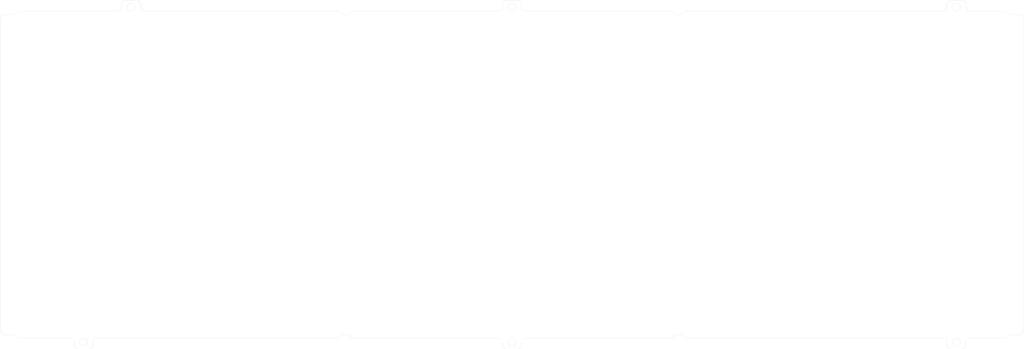
<source format=kicad_pcb>
(kicad_pcb (version 20200518) (host pcbnew "(5.99.0-1913-g40250c427)")

  (general
    (thickness 1.6)
    (drawings 98)
    (tracks 0)
    (modules 0)
    (nets 1)
  )

  (paper "A4")
  (layers
    (0 "F.Cu" signal)
    (31 "B.Cu" signal)
    (32 "B.Adhes" user)
    (33 "F.Adhes" user)
    (34 "B.Paste" user)
    (35 "F.Paste" user)
    (36 "B.SilkS" user)
    (37 "F.SilkS" user)
    (38 "B.Mask" user)
    (39 "F.Mask" user)
    (40 "Dwgs.User" user)
    (41 "Cmts.User" user)
    (42 "Eco1.User" user)
    (43 "Eco2.User" user)
    (44 "Edge.Cuts" user)
    (45 "Margin" user)
    (46 "B.CrtYd" user)
    (47 "F.CrtYd" user)
    (48 "B.Fab" user)
    (49 "F.Fab" user)
  )

  (setup
    (last_trace_width 0.25)
    (trace_clearance 0.2)
    (zone_clearance 0.508)
    (zone_45_only no)
    (trace_min 0.2)
    (clearance_min 0)
    (via_min_annulus 0.05)
    (via_min_size 0.4)
    (through_hole_min 0.3)
    (hole_to_hole_min 0.25)
    (via_size 0.8)
    (via_drill 0.4)
    (uvia_size 0.3)
    (uvia_drill 0.1)
    (uvias_allowed no)
    (uvia_min_size 0.2)
    (uvia_min_drill 0.1)
    (max_error 0.005)
    (defaults
      (edge_clearance 0.01)
      (edge_cuts_line_width 0.05)
      (courtyard_line_width 0.05)
      (copper_line_width 0.2)
      (copper_text_dims (size 1.5 1.5) (thickness 0.3))
      (silk_line_width 0.12)
      (silk_text_dims (size 1 1) (thickness 0.15))
      (fab_layers_line_width 0.1)
      (fab_layers_text_dims (size 1 1) (thickness 0.15))
      (other_layers_line_width 0.1)
      (other_layers_text_dims (size 1 1) (thickness 0.15))
      (dimension_units 0)
      (dimension_precision 1)
    )
    (pad_size 1.524 1.524)
    (pad_drill 0.762)
    (pad_to_mask_clearance 0.05)
    (aux_axis_origin 0 0)
    (grid_origin 45.964053 40.305908)
    (visible_elements FFFFFF7F)
    (pcbplotparams
      (layerselection 0x010fc_ffffffff)
      (usegerberextensions false)
      (usegerberattributes true)
      (usegerberadvancedattributes true)
      (creategerberjobfile true)
      (svguseinch false)
      (svgprecision 6)
      (excludeedgelayer true)
      (linewidth 0.100000)
      (plotframeref false)
      (viasonmask false)
      (mode 1)
      (useauxorigin false)
      (hpglpennumber 1)
      (hpglpenspeed 20)
      (hpglpendiameter 15.000000)
      (psnegative false)
      (psa4output false)
      (plotreference true)
      (plotvalue true)
      (plotinvisibletext false)
      (sketchpadsonfab false)
      (subtractmaskfromsilk false)
      (outputformat 1)
      (mirror false)
      (drillshape 0)
      (scaleselection 1)
      (outputdirectory "./gerbers")
    )
  )

  (net 0 "")

  (net_class "Default" "This is the default net class."
    (clearance 0.2)
    (trace_width 0.25)
    (via_dia 0.8)
    (via_drill 0.4)
    (uvia_dia 0.3)
    (uvia_drill 0.1)
  )

  (gr_line (start 45.964053 40.305908) (end 45.964053 39.305908) (layer "Eco2.User") (width 0.05) (tstamp 6b87088d-ee48-47b0-b37b-7f1657bca330))
  (gr_line (start 45.964053 40.305908) (end 46.964053 40.305908) (layer "Eco2.User") (width 0.05) (tstamp 4b62e50a-472e-43fb-93b4-48035e91da41))
  (gr_line (start 45.964053 40.305908) (end 44.964053 40.305908) (layer "Eco2.User") (width 0.05) (tstamp b215fd2f-eee0-429a-8a2c-04ee6b8885ff))
  (gr_line (start 45.964053 41.305908) (end 45.964053 40.305908) (layer "Eco2.User") (width 0.05) (tstamp c66df96d-159f-4c6c-8929-0eb342750582))
  (gr_arc (start 141.142578 126.505938) (end 140.435472 127.213045) (angle -44.99998322) (layer "Edge.Cuts") (width 0.05) (tstamp 655e9904-6e3f-4d05-b983-4ddc52959fea))
  (gr_arc (start 138.79739 128.741745) (end 140.435472 127.213045) (angle -94) (layer "Edge.Cuts") (width 0.05) (tstamp 08995536-d2e7-45ae-a228-a79616605705))
  (gr_arc (start 136.45104 126.507184) (end 136.45104 127.507183) (angle -44.99998322) (layer "Edge.Cuts") (width 0.05) (tstamp 1d549bb5-d15b-4e40-94c7-90f81532db64))
  (gr_arc (start 241.225902 126.505923) (end 240.518796 127.21303) (angle -44.99998322) (layer "Edge.Cuts") (width 0.05) (tstamp c3792c9f-784f-41af-8c68-34eb5f8371fb))
  (gr_arc (start 238.880714 128.74173) (end 240.518796 127.21303) (angle -94) (layer "Edge.Cuts") (width 0.05) (tstamp 38ff6528-8d53-49ce-81b3-b651382b13e3))
  (gr_arc (start 236.534364 126.507169) (end 236.534364 127.507168) (angle -44.99998322) (layer "Edge.Cuts") (width 0.05) (tstamp 2ce89665-805c-485b-8cfc-e8a9498f082f))
  (gr_arc (start 238.880685 28.070107) (end 237.242604 29.598807) (angle -94) (layer "Edge.Cuts") (width 0.05) (tstamp 5e7889d8-2856-46d4-88b1-ebbc92436d24))
  (gr_arc (start 241.227035 30.304668) (end 241.227035 29.304669) (angle -44.99998322) (layer "Edge.Cuts") (width 0.05) (tstamp def42a5d-a841-4311-83b1-361ec8e16b26))
  (gr_arc (start 236.535496 30.305914) (end 237.242604 29.598807) (angle -44.99998322) (layer "Edge.Cuts") (width 0.05) (tstamp 9b994bcf-ebba-4abb-ac2b-5ea811612222))
  (gr_arc (start 141.143708 30.304668) (end 141.143708 29.304669) (angle -44.99998322) (layer "Edge.Cuts") (width 0.05) (tstamp 3f104e30-fd81-4843-8aff-d2c869a29e49))
  (gr_arc (start 138.797358 28.070107) (end 137.159277 29.598807) (angle -94) (layer "Edge.Cuts") (width 0.05) (tstamp e212db61-c78b-4b41-b9ef-31bead819291))
  (gr_arc (start 136.452169 30.305914) (end 137.159277 29.598807) (angle -44.99998322) (layer "Edge.Cuts") (width 0.05) (tstamp 50e25131-1668-442e-ac07-805e2ef630c5))
  (gr_line (start 241.225902 127.505923) (end 317.989046 127.505921) (layer "Edge.Cuts") (width 0.05) (tstamp bb6358ac-e199-4930-b0bf-ab7c187b5811))
  (gr_line (start 193.039043 127.505923) (end 236.534364 127.507168) (layer "Edge.Cuts") (width 0.05) (tstamp 0aa00a5e-8abb-4df3-9878-cd67fc26e5c1))
  (gr_line (start 141.142578 127.505938) (end 184.639052 127.505922) (layer "Edge.Cuts") (width 0.05) (tstamp e080a226-5248-462d-af00-ad93be28d6bd))
  (gr_line (start 64.451545 127.505922) (end 136.45104 127.507183) (layer "Edge.Cuts") (width 0.05) (tstamp de8e761e-73d4-478a-9b90-c5536e516d65))
  (gr_line (start 41.069256 127.505925) (end 56.051554 127.505921) (layer "Edge.Cuts") (width 0.05) (tstamp f18cbc3b-952c-47b0-b3ab-feb6bf4400be))
  (gr_line (start 36.714047 126.505945) (end 38.714047 126.505922) (layer "Edge.Cuts") (width 0.05) (tstamp 4e31374c-30e9-45e9-9011-197a3a19bfab))
  (gr_arc (start 38.714048 128.775922) (end 38.714047 126.505922) (angle 46.2) (layer "Edge.Cuts") (width 0.05) (tstamp bc4c8032-c964-4dab-b3c6-1fdcee92b854))
  (gr_line (start 40.352444 127.204756) (end 40.362149 127.213031) (layer "Edge.Cuts") (width 0.05) (tstamp c122d6b6-8b4d-48ff-aeab-ff3890db4989))
  (gr_arc (start 41.069257 126.505925) (end 41.069256 127.505925) (angle 45) (layer "Edge.Cuts") (width 0.05) (tstamp 01f631f5-ea9c-4042-879e-d6a3605c7b4e))
  (gr_arc (start 36.714047 125.005945) (end 35.214047 125.005945) (angle -90) (layer "Edge.Cuts") (width 0.05) (tstamp 9ec1d1c9-45a6-4222-bd07-bf2aabb0b5b7))
  (gr_line (start 61.751546 130.855912) (end 58.751553 130.855912) (layer "Edge.Cuts") (width 0.05) (tstamp 44666b2d-6927-41a6-88f3-fdfda446e545))
  (gr_arc (start 58.751553 129.505912) (end 57.401553 129.505912) (angle -90) (layer "Edge.Cuts") (width 0.05) (tstamp 2048d10c-8a06-4730-90c1-71e95b344fd1))
  (gr_line (start 57.401553 129.505912) (end 57.401555 128.855922) (layer "Edge.Cuts") (width 0.05) (tstamp 16996b5d-5a0b-4d57-a670-ce5e6f2410fc))
  (gr_arc (start 56.051554 128.855922) (end 57.401555 128.855922) (angle -90) (layer "Edge.Cuts") (width 0.05) (tstamp dda7823a-14a8-40a2-adf2-e66a8f613384))
  (gr_line (start 63.101545 128.855922) (end 63.101546 129.505914) (layer "Edge.Cuts") (width 0.05) (tstamp 12b92268-530f-477f-aeff-300cb69bceb7))
  (gr_arc (start 61.751546 129.505912) (end 61.751546 130.855912) (angle -90) (layer "Edge.Cuts") (width 0.05) (tstamp d760cbf0-da86-44f7-96c2-e2dce7972b2c))
  (gr_circle (center 60.251549 128.755912) (end 59.051549 128.755912) (layer "Edge.Cuts") (width 0.05) (tstamp 5f3d8c31-df40-4e1a-baae-efa6a9a6f128))
  (gr_arc (start 64.451545 128.855922) (end 64.451545 127.505922) (angle -90) (layer "Edge.Cuts") (width 0.05) (tstamp d3dbf1a0-71ac-49d3-82d9-9c6e6fb4feb7))
  (gr_line (start 185.989051 129.505913) (end 185.989053 128.855923) (layer "Edge.Cuts") (width 0.05) (tstamp 3498f5a4-e459-440c-9025-8bd36e166e3b))
  (gr_arc (start 193.039043 128.855923) (end 193.039043 127.505923) (angle -90) (layer "Edge.Cuts") (width 0.05) (tstamp 85e8d73f-234e-49ce-b9a1-cf8d1c6b6c91))
  (gr_arc (start 187.339051 129.505913) (end 185.989051 129.505913) (angle -90) (layer "Edge.Cuts") (width 0.05) (tstamp e7817e11-1ea6-41f2-a154-21bd1308461d))
  (gr_circle (center 188.839047 128.755913) (end 187.639047 128.755913) (layer "Edge.Cuts") (width 0.05) (tstamp a985a9b3-62f2-4d3f-b112-7357cfca207f))
  (gr_arc (start 190.339044 129.505913) (end 190.339044 130.855913) (angle -90) (layer "Edge.Cuts") (width 0.05) (tstamp b87203d5-e5f8-4975-886a-4a95f1088690))
  (gr_line (start 190.339044 130.855913) (end 187.339051 130.855913) (layer "Edge.Cuts") (width 0.05) (tstamp d1dc5b74-ba6d-4d63-b4fa-770bd74e7adc))
  (gr_line (start 191.689043 128.855923) (end 191.689044 129.505915) (layer "Edge.Cuts") (width 0.05) (tstamp f1456540-242a-4f52-9a5c-2228fd8a2880))
  (gr_arc (start 184.639052 128.855923) (end 185.989053 128.855923) (angle -90) (layer "Edge.Cuts") (width 0.05) (tstamp e15cffbe-b0f4-45e2-9f64-7ca084361ffd))
  (gr_line (start 326.389037 127.505922) (end 336.608811 127.505889) (layer "Edge.Cuts") (width 0.05) (tstamp 26c46adf-adac-4ee3-9be3-3407be275e9f))
  (gr_arc (start 320.689045 129.505912) (end 319.339045 129.505912) (angle -90) (layer "Edge.Cuts") (width 0.05) (tstamp 43c029be-1401-4601-8f34-686dfc41b348))
  (gr_circle (center 322.189041 128.755912) (end 320.989041 128.755912) (layer "Edge.Cuts") (width 0.05) (tstamp 49cd9ef3-d895-4a9d-96c5-75af0f88b3fc))
  (gr_line (start 319.339045 129.505912) (end 319.339047 128.855922) (layer "Edge.Cuts") (width 0.05) (tstamp cd2193c1-7545-4f9b-b000-67ff1d9440bf))
  (gr_line (start 323.689038 130.855912) (end 320.689045 130.855912) (layer "Edge.Cuts") (width 0.05) (tstamp 65b605b2-cda7-486f-b09a-b94ca272b9a4))
  (gr_line (start 325.039037 128.855922) (end 325.039038 129.505914) (layer "Edge.Cuts") (width 0.05) (tstamp f7628f9d-7e19-4399-8dab-19917ac9a83e))
  (gr_arc (start 323.689038 129.505912) (end 323.689038 130.855912) (angle -90) (layer "Edge.Cuts") (width 0.05) (tstamp e6d85580-bd69-4a1b-b4b4-cefd82ce96b6))
  (gr_arc (start 317.989046 128.855922) (end 319.339047 128.855922) (angle -90) (layer "Edge.Cuts") (width 0.05) (tstamp 7a39c8f1-e927-4cc9-b12d-9ede1cb68ee8))
  (gr_arc (start 326.389037 128.855922) (end 326.389037 127.505922) (angle -90) (layer "Edge.Cuts") (width 0.05) (tstamp b7bfa8c1-d346-49c3-9880-c7ff2f6ef0ce))
  (gr_line (start 342.464049 125.005884) (end 342.464019 31.805907) (layer "Edge.Cuts") (width 0.05) (tstamp 7bdce142-8c2c-477e-acde-f3764f4caaf6))
  (gr_line (start 338.964019 126.505884) (end 340.964049 126.505884) (layer "Edge.Cuts") (width 0.05) (tstamp 444a4b9e-80a6-4bac-b71c-37d13075037a))
  (gr_arc (start 338.96402 128.775882) (end 338.964019 126.505884) (angle -46.2) (layer "Edge.Cuts") (width 0.05) (tstamp 667fd2d3-b042-4e5f-96b0-25fd25379165))
  (gr_line (start 337.325623 127.204718) (end 337.315918 127.212992) (layer "Edge.Cuts") (width 0.05) (tstamp 48fdd3bc-9c83-479f-b659-521adc31ac60))
  (gr_arc (start 336.608811 126.505888) (end 336.608811 127.505889) (angle -45) (layer "Edge.Cuts") (width 0.05) (tstamp ecb6bab7-10c4-44cd-a4ae-8b17ddbc7561))
  (gr_arc (start 340.964049 125.005884) (end 340.964049 126.505884) (angle -90) (layer "Edge.Cuts") (width 0.05) (tstamp 29cede1c-babc-4c23-bc44-43d6a92fc6ba))
  (gr_line (start 338.964019 30.305886) (end 340.964019 30.305907) (layer "Edge.Cuts") (width 0.05) (tstamp adc1d2f8-2869-4cb9-96c1-b53218769a89))
  (gr_line (start 326.389037 29.305914) (end 336.608811 29.305882) (layer "Edge.Cuts") (width 0.05) (tstamp 3553929d-9770-4e9b-ac62-51bb0336b2e9))
  (gr_line (start 241.227035 29.304669) (end 317.989047 29.305914) (layer "Edge.Cuts") (width 0.05) (tstamp 051ce741-6f31-4eb5-833f-5120cf269055))
  (gr_line (start 193.039027 29.305914) (end 236.535497 29.305913) (layer "Edge.Cuts") (width 0.05) (tstamp e2f27aac-c019-4e77-84f2-e68db7b1df60))
  (gr_arc (start 340.964019 31.805907) (end 342.464019 31.805907) (angle -90) (layer "Edge.Cuts") (width 0.05) (tstamp 098f67b1-e136-4c93-a613-dc01df8f3338))
  (gr_arc (start 338.964019 28.035886) (end 338.964019 30.305886) (angle 46.2) (layer "Edge.Cuts") (width 0.05) (tstamp 78386294-cec7-4fac-9935-11c9f4fc0fe5))
  (gr_line (start 337.325623 29.607051) (end 337.315918 29.598775) (layer "Edge.Cuts") (width 0.05) (tstamp 47a7e461-1f29-405a-8e9b-e86e93b7205b))
  (gr_arc (start 336.608811 30.305882) (end 336.608811 29.305882) (angle 45) (layer "Edge.Cuts") (width 0.05) (tstamp 02b10dc8-0e6f-40f0-a32a-5b77457a1307))
  (gr_arc (start 317.989047 27.955914) (end 317.989047 29.305914) (angle -90) (layer "Edge.Cuts") (width 0.05) (tstamp f2f36649-0175-41e7-92cc-280dce8300d5))
  (gr_arc (start 323.689039 27.305924) (end 325.039039 27.305924) (angle -90) (layer "Edge.Cuts") (width 0.05) (tstamp 6ba3ad19-149a-4e40-8f69-73fdce8d9896))
  (gr_line (start 320.689046 25.955924) (end 323.689039 25.955924) (layer "Edge.Cuts") (width 0.05) (tstamp 9bb2f65b-89bb-47b1-bddb-e598f5b4548b))
  (gr_line (start 325.039039 27.305924) (end 325.039037 27.955914) (layer "Edge.Cuts") (width 0.05) (tstamp a7e28bed-1864-4e64-8972-8d0e7188913e))
  (gr_arc (start 320.689046 27.305924) (end 320.689046 25.955924) (angle -90) (layer "Edge.Cuts") (width 0.05) (tstamp 0d992cb0-67a4-4936-b0f5-55457e6d74c3))
  (gr_circle (center 322.189043 28.055924) (end 323.389043 28.055924) (layer "Edge.Cuts") (width 0.05) (tstamp cb0c93f2-cfff-4769-9343-6544683f1029))
  (gr_line (start 319.339047 27.955914) (end 319.339046 27.305924) (layer "Edge.Cuts") (width 0.05) (tstamp c25b15b0-aabe-41b6-9c32-1613ade50e2d))
  (gr_arc (start 326.389037 27.955914) (end 325.039037 27.955914) (angle -90) (layer "Edge.Cuts") (width 0.05) (tstamp 86aea0d9-31da-43b1-88b2-d9497bea0751))
  (gr_arc (start 184.639037 27.955914) (end 184.639037 29.305914) (angle -90) (layer "Edge.Cuts") (width 0.05) (tstamp 4e7b9976-38c2-4abe-89ef-caa7c12a7efe))
  (gr_line (start 185.989037 27.955914) (end 185.989036 27.305924) (layer "Edge.Cuts") (width 0.05) (tstamp 60f417bb-5157-403e-9b66-e14e49dfbd03))
  (gr_line (start 187.339036 25.955924) (end 190.339029 25.955924) (layer "Edge.Cuts") (width 0.05) (tstamp 61d322c2-1259-426e-a3d3-c534f9bd5f65))
  (gr_arc (start 187.339036 27.305924) (end 187.339036 25.955924) (angle -90) (layer "Edge.Cuts") (width 0.05) (tstamp f2e87100-ff0b-465a-ba40-600a0534f4d3))
  (gr_arc (start 193.039027 27.955914) (end 191.689027 27.955914) (angle -90) (layer "Edge.Cuts") (width 0.05) (tstamp cd4c53fe-a79b-4717-a20f-5758b69a43a2))
  (gr_line (start 191.689029 27.305924) (end 191.689027 27.955914) (layer "Edge.Cuts") (width 0.05) (tstamp 7cadca4d-8a16-4180-98f7-d30682155334))
  (gr_arc (start 190.339029 27.305924) (end 191.689029 27.305924) (angle -90) (layer "Edge.Cuts") (width 0.05) (tstamp ef88cfe5-a945-40b1-ac31-b4eb7bf0901a))
  (gr_circle (center 188.839033 28.055924) (end 190.039033 28.055924) (layer "Edge.Cuts") (width 0.05) (tstamp e8d36c6a-7675-41cd-8b44-23072ef66ea9))
  (gr_arc (start 36.714053 31.805902) (end 36.714053 30.305902) (angle -90) (layer "Edge.Cuts") (width 0.05) (tstamp bcca33cc-0bf4-4d16-a305-5cc4c0ad11dd))
  (gr_line (start 36.714053 30.305902) (end 38.714047 30.305902) (layer "Edge.Cuts") (width 0.05) (tstamp 2db959f7-98a1-4fa6-8dda-93f84fcfabd0))
  (gr_line (start 40.352443 29.607067) (end 40.362148 29.598791) (layer "Edge.Cuts") (width 0.05) (tstamp 5cb0b8d2-51bc-46df-a79e-a64feb743287))
  (gr_arc (start 38.714047 28.035902) (end 38.714047 30.305902) (angle -46.2) (layer "Edge.Cuts") (width 0.05) (tstamp 86a101d3-2426-4ba2-b694-cd80a29f12fd))
  (gr_arc (start 41.069255 30.305898) (end 41.069255 29.305898) (angle -45) (layer "Edge.Cuts") (width 0.05) (tstamp 270844d9-536f-4439-8cfc-deb912633912))
  (gr_circle (center 74.539041 28.055924) (end 75.739041 28.055924) (layer "Edge.Cuts") (width 0.05) (tstamp 1faed875-27e3-476b-b2e0-576065c3ee7f))
  (gr_line (start 71.689045 27.955914) (end 71.689044 27.305924) (layer "Edge.Cuts") (width 0.05) (tstamp 2284bdb0-0829-4361-bc53-0067672f49d6))
  (gr_arc (start 70.339045 27.955914) (end 70.339045 29.305914) (angle -90) (layer "Edge.Cuts") (width 0.05) (tstamp 09073462-fc40-4333-abc4-66c0bcdf253a))
  (gr_line (start 73.039044 25.955924) (end 76.039037 25.955924) (layer "Edge.Cuts") (width 0.05) (tstamp 253c57af-c87b-49f4-9cd4-bd7150d11837))
  (gr_arc (start 73.039044 27.305924) (end 73.039044 25.955924) (angle -90) (layer "Edge.Cuts") (width 0.05) (tstamp 1dc8b4f5-d361-4fbb-8387-706937afbb22))
  (gr_line (start 77.389037 27.305924) (end 77.389035 27.955914) (layer "Edge.Cuts") (width 0.05) (tstamp 3884094f-6e3d-40d5-89f4-85aab5b2eda6))
  (gr_arc (start 76.039037 27.305924) (end 77.389037 27.305924) (angle -90) (layer "Edge.Cuts") (width 0.05) (tstamp 7100ba3a-8b58-4f5c-9139-a751ba9ec45e))
  (gr_arc (start 78.739035 27.955914) (end 77.389035 27.955914) (angle -90) (layer "Edge.Cuts") (width 0.05) (tstamp c0e15c25-35d1-458d-9c59-2cc414faf793))
  (gr_line (start 141.143708 29.304669) (end 184.639037 29.305914) (layer "Edge.Cuts") (width 0.05) (tstamp a25fbdd0-f5c4-4d92-bb99-7834278ae898))
  (gr_line (start 78.739035 29.305914) (end 136.45217 29.305914) (layer "Edge.Cuts") (width 0.05) (tstamp 6eadb1eb-3707-4d4e-81c0-884defa17e3b))
  (gr_line (start 41.069255 29.305898) (end 70.339045 29.305914) (layer "Edge.Cuts") (width 0.05) (tstamp ec956c27-d2ae-4064-bb54-d096a5cb1bdc))
  (gr_line (start 35.214047 125.005945) (end 35.214053 31.805902) (layer "Edge.Cuts") (width 0.05) (tstamp ddd5574d-692c-4304-b8d7-c2621b049c41))

)

</source>
